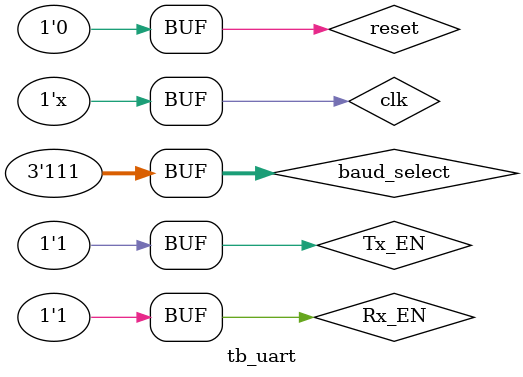
<source format=v>
`timescale 1ns / 10ps

/* Axelou Olympia
 * oaxelou@uth.gr
 * 2161
 *
 * ce430
 * Project2: UART
 *
 * Part D-2: UART receiver controlled by switches (inputs)
 *                         and 7-segment display (outputs)
 *
 * testbench : initializes the circuit (clock, reset, enable signals, baud rate)
 * Let it run for 6000ns.
 */

module tb_uart;

reg reset, clk;
reg [2:0] baud_select;
reg Tx_EN, Rx_EN;

wire an3, an2, an1, an0;
wire a, b, c, d, e, f, g, dp;

initial begin
  clk = 1'b1;

  baud_select = 3'b111;

  #190 reset = 1'b1;
  #1000 reset = 1'b0;

  Tx_EN = 1'b1;
  Rx_EN = 1'b1;

  //#1310000 baud_select = 3'b100;
end

always #10 clk = ~clk;

uart uart_INSTANCE(.reset(reset), .clk(clk), .baud_select(baud_select),
                   .Tx_EN(Tx_EN), .Rx_EN(Rx_EN), .an3(an3), .an2(an2), .an1(an1), .an0(an0),
						 .a(a), .b(b), .c(c), .d(d), .e(e), .f(f), .g(g), .dp(dp));
endmodule

</source>
